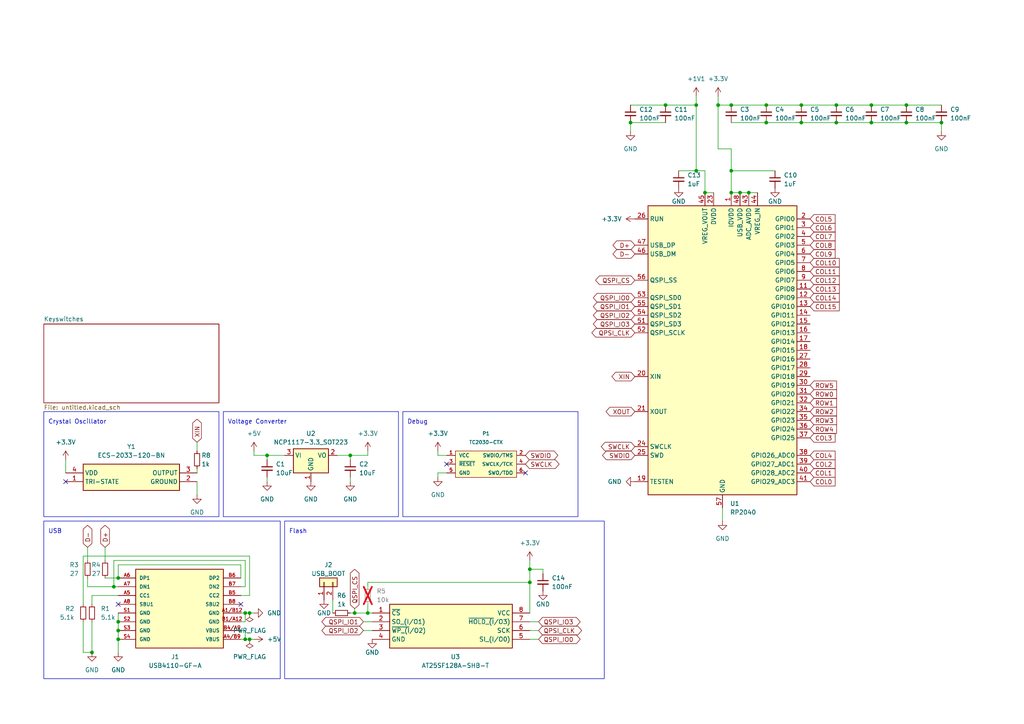
<source format=kicad_sch>
(kicad_sch (version 20230121) (generator eeschema)
  (paper "A4")
  (title_block (title "/dev/board - MCU") (rev "REV A") (company "maclennan.dev"))
  (lib_symbols
    (symbol "1A_Connectors:TC2030-CTX" (pin_names (offset 1.016))
      (property "Reference" "P" (at -1.27 -5.08 0))
      (property "Value" "TC2030-CTX" (at 0 5.08 0))
      (symbol "TC2030-CTX_0_1"
        (rectangle (start 8.89 3.81) (end -8.89 -3.81) (fill (type background)))
      )
      (symbol "TC2030-CTX_1_1"
        (pin passive line (at -11.43 2.54 0) (length 2.54) (name "VCC") (number "1"))
        (pin passive line (at 11.43 2.54 180) (length 2.54) (name "SWDIO/TMS") (number "2"))
        (pin passive line (at -11.43 0 0) (length 2.54) (name "~{RESET}") (number "3"))
        (pin passive line (at 11.43 0 180) (length 2.54) (name "SWCLK/TCK") (number "4"))
        (pin passive line (at -11.43 -2.54 0) (length 2.54) (name "GND") (number "5"))
        (pin passive line (at 11.43 -2.54 180) (length 2.54) (name "SWO/TDO") (number "6"))
      )
    )
    (symbol "1A_Connectors:USB4110GFA" (pin_names (offset 1.016))
      (property "Reference" "J" (at -12.7 11.43 0))
      (property "Value" "USB4110-GF-A" (at -12.7 -15.24 0))
      (symbol "USB4110GFA_0_0"
        (rectangle (start -12.7 10.16) (end 12.7 -12.7) (stroke (width 0.254)) (fill (type background)))
        (pin power_in line (at 17.78 -2.54 180) (length 5.08) (name "GND") (number "A1/B12"))
        (pin power_in line (at 17.78 -10.16 180) (length 5.08) (name "VBUS") (number "A4/B9"))
        (pin bidirectional line (at -17.78 2.54 0) (length 5.08) (name "CC1") (number "A5"))
        (pin bidirectional line (at -17.78 7.62 0) (length 5.08) (name "DP1") (number "A6"))
        (pin bidirectional line (at -17.78 5.08 0) (length 5.08) (name "DN1") (number "A7"))
        (pin bidirectional line (at -17.78 0 0) (length 5.08) (name "SBU1") (number "A8"))
        (pin power_in line (at 17.78 -5.08 180) (length 5.08) (name "GND") (number "B1/A12"))
        (pin power_in line (at 17.78 -7.62 180) (length 5.08) (name "VBUS") (number "B4/A9"))
        (pin bidirectional line (at 17.78 2.54 180) (length 5.08) (name "CC2") (number "B5"))
        (pin bidirectional line (at 17.78 7.62 180) (length 5.08) (name "DP2") (number "B6"))
        (pin bidirectional line (at 17.78 5.08 180) (length 5.08) (name "DN2") (number "B7"))
        (pin bidirectional line (at 17.78 0 180) (length 5.08) (name "SBU2") (number "B8"))
      )
      (symbol "USB4110GFA_1_0"
        (pin power_in line (at -17.78 -2.54 0) (length 5.08) (name "GND") (number "S1"))
        (pin power_in line (at -17.78 -5.08 0) (length 5.08) (name "GND") (number "S2"))
        (pin power_in line (at -17.78 -7.62 0) (length 5.08) (name "GND") (number "S3"))
        (pin power_in line (at -17.78 -10.16 0) (length 5.08) (name "GND") (number "S4"))
      )
    )
    (symbol "1A_ICs:AT25SF128A-SHB-T"
      (property "Reference" "U" (at 41.91 7.62 0))
      (property "Value" "AT25SF128A-SHB-T" (at 41.91 5.08 0))
      (symbol "AT25SF128A-SHB-T_1_1"
        (rectangle (start 5.08 2.54) (end 40.64 -10.16) (stroke (width 0.254)) (fill (type background)))
        (pin passive line (at 0 0 0) (length 5.08) (name "~{CS}") (number "1"))
        (pin passive line (at 0 -2.54 0) (length 5.08) (name "SO_(I/O1)") (number "2"))
        (pin passive line (at 0 -5.08 0) (length 5.08) (name "~{WP_(I}/O2)") (number "3"))
        (pin passive line (at 0 -7.62 0) (length 5.08) (name "GND") (number "4"))
        (pin passive line (at 45.72 -7.62 180) (length 5.08) (name "SI_(I/O0)") (number "5"))
        (pin passive line (at 45.72 -5.08 180) (length 5.08) (name "SCK") (number "6"))
        (pin passive line (at 45.72 -2.54 180) (length 5.08) (name "~{HOLD_(I}/O3)") (number "7"))
        (pin passive line (at 45.72 0 180) (length 5.08) (name "VCC") (number "8"))
      )
    )
    (symbol "1A_Oscillators:ECS-2033-120-BN"
      (property "Reference" "Y" (at 34.29 7.62 0))
      (property "Value" "ECS-2033-120-BN" (at 34.29 5.08 0))
      (symbol "ECS-2033-120-BN_1_1"
        (rectangle (start 5.08 2.54) (end 33.02 -5.08) (stroke (width 0.254)) (fill (type background)))
        (pin passive line (at 0 -2.54 0) (length 5.08) (name "TRI-STATE") (number "1"))
        (pin passive line (at 38.1 -2.54 180) (length 5.08) (name "GROUND") (number "2"))
        (pin passive line (at 38.1 0 180) (length 5.08) (name "OUTPUT") (number "3"))
        (pin passive line (at 0 0 0) (length 5.08) (name "VDD") (number "4"))
      )
    )
    (symbol "Connector_Generic:Conn_01x02" (pin_names (offset 1.016) hide)
      (property "Reference" "J" (at 0 2.54 0))
      (property "Value" "Conn_01x02" (at 0 -5.08 0))
      (symbol "Conn_01x02_1_1"
        (rectangle (start -1.27 -2.413) (end 0 -2.667) (stroke (width 0.1524)))
        (rectangle (start -1.27 0.127) (end 0 -0.127) (stroke (width 0.1524)))
        (rectangle (start -1.27 1.27) (end 1.27 -3.81) (stroke (width 0.254)) (fill (type background)))
        (pin passive line (at -5.08 0 0) (length 3.81) (name "Pin_1") (number "1"))
        (pin passive line (at -5.08 -2.54 0) (length 3.81) (name "Pin_2") (number "2"))
      )
    )
    (symbol "Device:C_Small" (pin_numbers hide) (pin_names (offset 0.254) hide)
      (property "Reference" "C" (at 0.254 1.778 0))
      (property "Value" "C_Small" (at 0.254 -2.032 0))
      (symbol "C_Small_0_1"
        (polyline (pts (xy -1.524 -0.508) (xy 1.524 -0.508)) (stroke (width 0.3302)))
        (polyline (pts (xy -1.524 0.508) (xy 1.524 0.508)) (stroke (width 0.3048)))
      )
      (symbol "C_Small_1_1"
        (pin passive line (at 0 2.54 270) (length 2.032) (name "~") (number "1"))
        (pin passive line (at 0 -2.54 90) (length 2.032) (name "~") (number "2"))
      )
    )
    (symbol "Device:R_Small" (pin_numbers hide) (pin_names (offset 0.254) hide)
      (property "Reference" "R" (at 0.762 0.508 0))
      (property "Value" "R_Small" (at 0.762 -1.016 0))
      (symbol "R_Small_0_1"
        (rectangle (start -0.762 1.778) (end 0.762 -1.778) (stroke (width 0.2032)))
      )
      (symbol "R_Small_1_1"
        (pin passive line (at 0 2.54 270) (length 0.762) (name "~") (number "1"))
        (pin passive line (at 0 -2.54 90) (length 0.762) (name "~") (number "2"))
      )
    )
    (symbol "MCU_RaspberryPi:RP2040"
      (property "Reference" "U" (at 17.78 45.72 0))
      (property "Value" "RP2040" (at 17.78 43.18 0))
      (symbol "RP2040_0_1"
        (rectangle (start -21.59 41.91) (end 21.59 -41.91) (stroke (width 0.254)) (fill (type background)))
      )
      (symbol "RP2040_1_1"
        (pin power_in line (at 2.54 45.72 270) (length 3.81) (name "IOVDD") (number "1"))
        (pin passive line (at 2.54 45.72 270) (length 3.81) hide (name "IOVDD") (number "10"))
        (pin bidirectional line (at 25.4 17.78 180) (length 3.81) (name "GPIO8") (number "11"))
        (pin bidirectional line (at 25.4 15.24 180) (length 3.81) (name "GPIO9") (number "12"))
        (pin bidirectional line (at 25.4 12.7 180) (length 3.81) (name "GPIO10") (number "13"))
        (pin bidirectional line (at 25.4 10.16 180) (length 3.81) (name "GPIO11") (number "14"))
        (pin bidirectional line (at 25.4 7.62 180) (length 3.81) (name "GPIO12") (number "15"))
        (pin bidirectional line (at 25.4 5.08 180) (length 3.81) (name "GPIO13") (number "16"))
        (pin bidirectional line (at 25.4 2.54 180) (length 3.81) (name "GPIO14") (number "17"))
        (pin bidirectional line (at 25.4 0 180) (length 3.81) (name "GPIO15") (number "18"))
        (pin input line (at -25.4 -38.1 0) (length 3.81) (name "TESTEN") (number "19"))
        (pin bidirectional line (at 25.4 38.1 180) (length 3.81) (name "GPIO0") (number "2"))
        (pin input line (at -25.4 -7.62 0) (length 3.81) (name "XIN") (number "20"))
        (pin passive line (at -25.4 -17.78 0) (length 3.81) (name "XOUT") (number "21"))
        (pin passive line (at 2.54 45.72 270) (length 3.81) hide (name "IOVDD") (number "22"))
        (pin power_in line (at -2.54 45.72 270) (length 3.81) (name "DVDD") (number "23"))
        (pin input line (at -25.4 -27.94 0) (length 3.81) (name "SWCLK") (number "24"))
        (pin bidirectional line (at -25.4 -30.48 0) (length 3.81) (name "SWD") (number "25"))
        (pin input line (at -25.4 38.1 0) (length 3.81) (name "RUN") (number "26"))
        (pin bidirectional line (at 25.4 -2.54 180) (length 3.81) (name "GPIO16") (number "27"))
        (pin bidirectional line (at 25.4 -5.08 180) (length 3.81) (name "GPIO17") (number "28"))
        (pin bidirectional line (at 25.4 -7.62 180) (length 3.81) (name "GPIO18") (number "29"))
        (pin bidirectional line (at 25.4 35.56 180) (length 3.81) (name "GPIO1") (number "3"))
        (pin bidirectional line (at 25.4 -10.16 180) (length 3.81) (name "GPIO19") (number "30"))
        (pin bidirectional line (at 25.4 -12.7 180) (length 3.81) (name "GPIO20") (number "31"))
        (pin bidirectional line (at 25.4 -15.24 180) (length 3.81) (name "GPIO21") (number "32"))
        (pin passive line (at 2.54 45.72 270) (length 3.81) hide (name "IOVDD") (number "33"))
        (pin bidirectional line (at 25.4 -17.78 180) (length 3.81) (name "GPIO22") (number "34"))
        (pin bidirectional line (at 25.4 -20.32 180) (length 3.81) (name "GPIO23") (number "35"))
        (pin bidirectional line (at 25.4 -22.86 180) (length 3.81) (name "GPIO24") (number "36"))
        (pin bidirectional line (at 25.4 -25.4 180) (length 3.81) (name "GPIO25") (number "37"))
        (pin bidirectional line (at 25.4 -30.48 180) (length 3.81) (name "GPIO26_ADC0") (number "38"))
        (pin bidirectional line (at 25.4 -33.02 180) (length 3.81) (name "GPIO27_ADC1") (number "39"))
        (pin bidirectional line (at 25.4 33.02 180) (length 3.81) (name "GPIO2") (number "4"))
        (pin bidirectional line (at 25.4 -35.56 180) (length 3.81) (name "GPIO28_ADC2") (number "40"))
        (pin bidirectional line (at 25.4 -38.1 180) (length 3.81) (name "GPIO29_ADC3") (number "41"))
        (pin passive line (at 2.54 45.72 270) (length 3.81) hide (name "IOVDD") (number "42"))
        (pin power_in line (at 7.62 45.72 270) (length 3.81) (name "ADC_AVDD") (number "43"))
        (pin power_in line (at 10.16 45.72 270) (length 3.81) (name "VREG_IN") (number "44"))
        (pin power_out line (at -5.08 45.72 270) (length 3.81) (name "VREG_VOUT") (number "45"))
        (pin bidirectional line (at -25.4 27.94 0) (length 3.81) (name "USB_DM") (number "46"))
        (pin bidirectional line (at -25.4 30.48 0) (length 3.81) (name "USB_DP") (number "47"))
        (pin power_in line (at 5.08 45.72 270) (length 3.81) (name "USB_VDD") (number "48"))
        (pin passive line (at 2.54 45.72 270) (length 3.81) hide (name "IOVDD") (number "49"))
        (pin bidirectional line (at 25.4 30.48 180) (length 3.81) (name "GPIO3") (number "5"))
        (pin passive line (at -2.54 45.72 270) (length 3.81) hide (name "DVDD") (number "50"))
        (pin bidirectional line (at -25.4 7.62 0) (length 3.81) (name "QSPI_SD3") (number "51"))
        (pin output line (at -25.4 5.08 0) (length 3.81) (name "QSPI_SCLK") (number "52"))
        (pin bidirectional line (at -25.4 15.24 0) (length 3.81) (name "QSPI_SD0") (number "53"))
        (pin bidirectional line (at -25.4 10.16 0) (length 3.81) (name "QSPI_SD2") (number "54"))
        (pin bidirectional line (at -25.4 12.7 0) (length 3.81) (name "QSPI_SD1") (number "55"))
        (pin bidirectional line (at -25.4 20.32 0) (length 3.81) (name "QSPI_SS") (number "56"))
        (pin power_in line (at 0 -45.72 90) (length 3.81) (name "GND") (number "57"))
        (pin bidirectional line (at 25.4 27.94 180) (length 3.81) (name "GPIO4") (number "6"))
        (pin bidirectional line (at 25.4 25.4 180) (length 3.81) (name "GPIO5") (number "7"))
        (pin bidirectional line (at 25.4 22.86 180) (length 3.81) (name "GPIO6") (number "8"))
        (pin bidirectional line (at 25.4 20.32 180) (length 3.81) (name "GPIO7") (number "9"))
      )
    )
    (symbol "Regulator_Linear:NCP1117-3.3_SOT223"
      (property "Reference" "U" (at -3.81 3.175 0))
      (property "Value" "NCP1117-3.3_SOT223" (at 0 3.175 0))
      (symbol "NCP1117-3.3_SOT223_0_1"
        (rectangle (start -5.08 -5.08) (end 5.08 1.905) (stroke (width 0.254)) (fill (type background)))
      )
      (symbol "NCP1117-3.3_SOT223_1_1"
        (pin power_in line (at 0 -7.62 90) (length 2.54) (name "GND") (number "1"))
        (pin power_out line (at 7.62 0 180) (length 2.54) (name "VO") (number "2"))
        (pin power_in line (at -7.62 0 0) (length 2.54) (name "VI") (number "3"))
      )
    )
    (symbol "power:+1V1" (power) (pin_names (offset 0))
      (property "Value" "+1V1" (at 0 3.556 0))
      (symbol "+1V1_0_1"
        (polyline (pts (xy -0.762 1.27) (xy 0 2.54)))
        (polyline (pts (xy 0 0) (xy 0 2.54)))
        (polyline (pts (xy 0 2.54) (xy 0.762 1.27)))
      )
      (symbol "+1V1_1_1"
        (pin power_in line (at 0 0 90) (length 0) hide (name "+1V1") (number "1"))
      )
    )
    (symbol "power:+3.3V" (power) (pin_names (offset 0))
      (property "Value" "+3.3V" (at 0 3.556 0))
      (symbol "+3.3V_0_1"
        (polyline (pts (xy -0.762 1.27) (xy 0 2.54)))
        (polyline (pts (xy 0 0) (xy 0 2.54)))
        (polyline (pts (xy 0 2.54) (xy 0.762 1.27)))
      )
      (symbol "+3.3V_1_1"
        (pin power_in line (at 0 0 90) (length 0) hide (name "+3.3V") (number "1"))
      )
    )
    (symbol "power:+5V" (power) (pin_names (offset 0))
      (property "Value" "+5V" (at 0 3.556 0))
      (symbol "+5V_0_1"
        (polyline (pts (xy -0.762 1.27) (xy 0 2.54)))
        (polyline (pts (xy 0 0) (xy 0 2.54)))
        (polyline (pts (xy 0 2.54) (xy 0.762 1.27)))
      )
      (symbol "+5V_1_1"
        (pin power_in line (at 0 0 90) (length 0) hide (name "+5V") (number "1"))
      )
    )
    (symbol "power:GND" (power) (pin_names (offset 0))
      (property "Value" "GND" (at 0 -3.81 0))
      (symbol "GND_0_1"
        (polyline (pts (xy 0 0) (xy 0 -1.27) (xy 1.27 -1.27) (xy 0 -2.54) (xy -1.27 -1.27) (xy 0 -1.27)))
      )
      (symbol "GND_1_1"
        (pin power_in line (at 0 0 270) (length 0) hide (name "GND") (number "1"))
      )
    )
    (symbol "power:PWR_FLAG" (power) (pin_numbers hide) (pin_names (offset 0) hide)
      (property "Value" "PWR_FLAG" (at 0 3.81 0))
      (symbol "PWR_FLAG_0_0"
        (pin power_out line (at 0 0 90) (length 0) (name "pwr") (number "1"))
      )
      (symbol "PWR_FLAG_0_1"
        (polyline (pts (xy 0 0) (xy 0 1.27) (xy -1.016 1.905) (xy 0 2.54) (xy 1.016 1.905) (xy 0 1.27)))
      )
    )
  )
  (junction (at 153.67 168.91))
  (junction (at 232.41 30.48))
  (junction (at 201.93 49.53))
  (junction (at 106.68 177.8))
  (junction (at 182.88 35.56))
  (junction (at 77.47 132.08))
  (junction (at 212.09 30.48))
  (junction (at 33.02 170.18))
  (junction (at 34.29 167.64))
  (junction (at 193.04 30.48))
  (junction (at 262.89 30.48))
  (junction (at 204.47 55.88))
  (junction (at 273.05 35.56))
  (junction (at 232.41 35.56))
  (junction (at 101.6 132.08))
  (junction (at 252.73 35.56))
  (junction (at 102.87 177.8))
  (junction (at 72.39 185.42))
  (junction (at 71.12 177.8))
  (junction (at 34.29 182.88))
  (junction (at 208.28 30.48))
  (junction (at 222.25 35.56))
  (junction (at 201.93 30.48))
  (junction (at 72.39 177.8))
  (junction (at 242.57 30.48))
  (junction (at 153.67 165.1))
  (junction (at 262.89 35.56))
  (junction (at 242.57 35.56))
  (junction (at 252.73 30.48))
  (junction (at 217.17 55.88))
  (junction (at 212.09 55.88))
  (junction (at 222.25 30.48))
  (junction (at 214.63 55.88))
  (junction (at 26.67 189.23))
  (junction (at 34.29 180.34))
  (junction (at 34.29 185.42))
  (junction (at 71.12 185.42))
  (junction (at 212.09 49.53))
  (no_connect (at 129.54 134.62))
  (no_connect (at 69.85 175.26))
  (no_connect (at 152.4 137.16))
  (no_connect (at 19.05 139.7))
  (no_connect (at 34.29 175.26))
  (wire (pts (xy 232.41 30.48) (xy 242.57 30.48)))
  (wire (pts (xy 34.29 185.42) (xy 34.29 189.23)))
  (wire (pts (xy 102.87 176.53) (xy 102.87 177.8)))
  (wire (pts (xy 106.68 168.91) (xy 153.67 168.91)))
  (wire (pts (xy 34.29 182.88) (xy 34.29 185.42)))
  (wire (pts (xy 153.67 162.56) (xy 153.67 165.1)))
  (wire (pts (xy 182.88 35.56) (xy 193.04 35.56)))
  (wire (pts (xy 71.12 182.88) (xy 71.12 185.42)))
  (wire (pts (xy 105.41 180.34) (xy 107.95 180.34)))
  (wire (pts (xy 34.29 172.72) (xy 26.67 172.72)))
  (wire (pts (xy 252.73 30.48) (xy 262.89 30.48)))
  (wire (pts (xy 57.15 128.27) (xy 57.15 130.81)))
  (wire (pts (xy 69.85 170.18) (xy 71.12 170.18)))
  (wire (pts (xy 212.09 49.53) (xy 224.79 49.53)))
  (wire (pts (xy 24.13 180.34) (xy 24.13 189.23)))
  (wire (pts (xy 106.68 130.81) (xy 106.68 132.08)))
  (wire (pts (xy 72.39 185.42) (xy 71.12 185.42)))
  (wire (pts (xy 72.39 172.72) (xy 72.39 161.29)))
  (wire (pts (xy 153.67 168.91) (xy 153.67 177.8)))
  (wire (pts (xy 217.17 55.88) (xy 219.71 55.88)))
  (wire (pts (xy 69.85 182.88) (xy 71.12 182.88)))
  (wire (pts (xy 106.68 175.26) (xy 106.68 177.8)))
  (wire (pts (xy 204.47 55.88) (xy 207.01 55.88)))
  (wire (pts (xy 222.25 35.56) (xy 232.41 35.56)))
  (wire (pts (xy 30.48 167.64) (xy 34.29 167.64)))
  (wire (pts (xy 105.41 182.88) (xy 107.95 182.88)))
  (wire (pts (xy 201.93 30.48) (xy 201.93 49.53)))
  (wire (pts (xy 222.25 30.48) (xy 232.41 30.48)))
  (wire (pts (xy 34.29 180.34) (xy 34.29 182.88)))
  (wire (pts (xy 153.67 165.1) (xy 157.48 165.1)))
  (wire (pts (xy 201.93 30.48) (xy 193.04 30.48)))
  (wire (pts (xy 153.67 182.88) (xy 156.21 182.88)))
  (wire (pts (xy 102.87 177.8) (xy 106.68 177.8)))
  (wire (pts (xy 232.41 35.56) (xy 242.57 35.56)))
  (wire (pts (xy 212.09 30.48) (xy 222.25 30.48)))
  (wire (pts (xy 33.02 162.56) (xy 71.12 162.56)))
  (wire (pts (xy 72.39 177.8) (xy 71.12 177.8)))
  (wire (pts (xy 34.29 163.83) (xy 69.85 163.83)))
  (wire (pts (xy 69.85 172.72) (xy 72.39 172.72)))
  (wire (pts (xy 26.67 180.34) (xy 26.67 189.23)))
  (wire (pts (xy 182.88 38.1) (xy 182.88 35.56)))
  (wire (pts (xy 153.67 180.34) (xy 156.21 180.34)))
  (wire (pts (xy 73.66 130.81) (xy 73.66 132.08)))
  (wire (pts (xy 212.09 55.88) (xy 214.63 55.88)))
  (wire (pts (xy 101.6 177.8) (xy 102.87 177.8)))
  (wire (pts (xy 24.13 189.23) (xy 26.67 189.23)))
  (wire (pts (xy 208.28 30.48) (xy 208.28 43.18)))
  (wire (pts (xy 73.66 132.08) (xy 77.47 132.08)))
  (wire (pts (xy 19.05 133.35) (xy 19.05 137.16)))
  (wire (pts (xy 209.55 151.13) (xy 209.55 147.32)))
  (wire (pts (xy 153.67 185.42) (xy 156.21 185.42)))
  (wire (pts (xy 25.4 158.75) (xy 25.4 162.56)))
  (wire (pts (xy 30.48 158.75) (xy 30.48 162.56)))
  (wire (pts (xy 153.67 165.1) (xy 153.67 168.91)))
  (wire (pts (xy 262.89 30.48) (xy 273.05 30.48)))
  (wire (pts (xy 101.6 139.7) (xy 101.6 138.43)))
  (wire (pts (xy 73.66 185.42) (xy 72.39 185.42)))
  (wire (pts (xy 127 130.81) (xy 127 132.08)))
  (wire (pts (xy 212.09 35.56) (xy 222.25 35.56)))
  (wire (pts (xy 69.85 163.83) (xy 69.85 167.64)))
  (wire (pts (xy 212.09 49.53) (xy 212.09 55.88)))
  (wire (pts (xy 262.89 35.56) (xy 273.05 35.56)))
  (wire (pts (xy 96.52 173.99) (xy 96.52 177.8)))
  (wire (pts (xy 34.29 167.64) (xy 34.29 163.83)))
  (wire (pts (xy 69.85 177.8) (xy 71.12 177.8)))
  (wire (pts (xy 157.48 165.1) (xy 157.48 166.37)))
  (wire (pts (xy 24.13 161.29) (xy 24.13 175.26)))
  (wire (pts (xy 71.12 162.56) (xy 71.12 170.18)))
  (wire (pts (xy 208.28 27.94) (xy 208.28 30.48)))
  (wire (pts (xy 201.93 27.94) (xy 201.93 30.48)))
  (wire (pts (xy 252.73 35.56) (xy 262.89 35.56)))
  (wire (pts (xy 73.66 177.8) (xy 72.39 177.8)))
  (wire (pts (xy 25.4 170.18) (xy 33.02 170.18)))
  (wire (pts (xy 77.47 132.08) (xy 77.47 133.35)))
  (wire (pts (xy 69.85 185.42) (xy 71.12 185.42)))
  (wire (pts (xy 201.93 49.53) (xy 204.47 49.53)))
  (wire (pts (xy 101.6 132.08) (xy 97.79 132.08)))
  (wire (pts (xy 127 137.16) (xy 127 138.43)))
  (wire (pts (xy 107.95 177.8) (xy 106.68 177.8)))
  (wire (pts (xy 26.67 172.72) (xy 26.67 175.26)))
  (wire (pts (xy 208.28 30.48) (xy 212.09 30.48)))
  (wire (pts (xy 127 132.08) (xy 129.54 132.08)))
  (wire (pts (xy 57.15 135.89) (xy 57.15 137.16)))
  (wire (pts (xy 77.47 138.43) (xy 77.47 139.7)))
  (wire (pts (xy 72.39 161.29) (xy 24.13 161.29)))
  (wire (pts (xy 196.85 49.53) (xy 201.93 49.53)))
  (wire (pts (xy 57.15 139.7) (xy 57.15 143.51)))
  (wire (pts (xy 106.68 132.08) (xy 101.6 132.08)))
  (wire (pts (xy 214.63 55.88) (xy 217.17 55.88)))
  (wire (pts (xy 212.09 43.18) (xy 212.09 49.53)))
  (wire (pts (xy 71.12 177.8) (xy 71.12 180.34)))
  (wire (pts (xy 182.88 30.48) (xy 193.04 30.48)))
  (wire (pts (xy 101.6 132.08) (xy 101.6 133.35)))
  (wire (pts (xy 127 137.16) (xy 129.54 137.16)))
  (wire (pts (xy 208.28 43.18) (xy 212.09 43.18)))
  (wire (pts (xy 33.02 170.18) (xy 33.02 162.56)))
  (wire (pts (xy 242.57 35.56) (xy 252.73 35.56)))
  (wire (pts (xy 273.05 35.56) (xy 273.05 38.1)))
  (wire (pts (xy 69.85 180.34) (xy 71.12 180.34)))
  (wire (pts (xy 106.68 170.18) (xy 106.68 168.91)))
  (wire (pts (xy 34.29 177.8) (xy 34.29 180.34)))
  (wire (pts (xy 242.57 30.48) (xy 252.73 30.48)))
  (wire (pts (xy 25.4 167.64) (xy 25.4 170.18)))
  (wire (pts (xy 204.47 55.88) (xy 204.47 49.53)))
  (wire (pts (xy 77.47 132.08) (xy 82.55 132.08)))
  (wire (pts (xy 34.29 170.18) (xy 33.02 170.18)))
  (rectangle (start 116.84 119.38) (end 167.64 149.86))
  (rectangle (start 82.55 151.13) (end 175.26 196.85))
  (rectangle (start 12.7 119.38) (end 63.5 149.86))
  (rectangle (start 12.7 151.13) (end 81.28 196.85))
  (rectangle (start 64.77 119.38) (end 115.57 149.86))
  (text "Crystal Oscillator" (at 13.97 123.19 0) (effects (font (size 1.27 1.27)) (justify left bottom)))
  (text "Debug\n" (at 118.11 123.19 0) (effects (font (size 1.27 1.27)) (justify left bottom)))
  (text "Voltage Converter\n" (at 66.04 123.19 0) (effects (font (size 1.27 1.27)) (justify left bottom)))
  (text "Flash\n" (at 83.82 154.94 0) (effects (font (size 1.27 1.27)) (justify left bottom)))
  (text "USB" (at 13.97 154.94 0) (effects (font (size 1.27 1.27)) (justify left bottom)))
  (global_label "QSPI_IO0" (shape bidirectional) (at 184.15 86.36 180) (property "Intersheetrefs" "${INTERSHEET_REFS}" (effects hide)))
  (global_label "COL3" (shape input) (at 234.95 127 0) (property "Intersheetrefs" "${INTERSHEET_REFS}" (effects hide)))
  (global_label "COL13" (shape input) (at 234.95 83.82 0) (property "Intersheetrefs" "${INTERSHEET_REFS}" (effects hide)))
  (global_label "QSPI_CS" (shape bidirectional) (at 184.15 81.28 180) (property "Intersheetrefs" "${INTERSHEET_REFS}" (effects hide)))
  (global_label "ROW0" (shape input) (at 234.95 114.3 0) (property "Intersheetrefs" "${INTERSHEET_REFS}" (effects hide)))
  (global_label "XIN" (shape bidirectional) (at 184.15 109.22 180) (property "Intersheetrefs" "${INTERSHEET_REFS}" (effects hide)))
  (global_label "QSPI_IO0" (shape bidirectional) (at 156.21 185.42 0) (property "Intersheetrefs" "${INTERSHEET_REFS}" (effects hide)))
  (global_label "COL14" (shape input) (at 234.95 86.36 0) (property "Intersheetrefs" "${INTERSHEET_REFS}" (effects hide)))
  (global_label "COL4" (shape input) (at 234.95 132.08 0) (property "Intersheetrefs" "${INTERSHEET_REFS}" (effects hide)))
  (global_label "ROW3" (shape input) (at 234.95 121.92 0) (property "Intersheetrefs" "${INTERSHEET_REFS}" (effects hide)))
  (global_label "XOUT" (shape bidirectional) (at 184.15 119.38 180) (property "Intersheetrefs" "${INTERSHEET_REFS}" (effects hide)))
  (global_label "QPSI_CLK" (shape bidirectional) (at 156.21 182.88 0) (property "Intersheetrefs" "${INTERSHEET_REFS}" (effects hide)))
  (global_label "QSPI_IO2" (shape bidirectional) (at 184.15 91.44 180) (property "Intersheetrefs" "${INTERSHEET_REFS}" (effects hide)))
  (global_label "ROW2" (shape input) (at 234.95 119.38 0) (property "Intersheetrefs" "${INTERSHEET_REFS}" (effects hide)))
  (global_label "QSPI_IO2" (shape bidirectional) (at 105.41 182.88 180) (property "Intersheetrefs" "${INTERSHEET_REFS}" (effects hide)))
  (global_label "SWDIO" (shape bidirectional) (at 184.15 132.08 180) (property "Intersheetrefs" "${INTERSHEET_REFS}" (effects hide)))
  (global_label "XIN" (shape bidirectional) (at 57.15 128.27 90) (property "Intersheetrefs" "${INTERSHEET_REFS}" (effects hide)))
  (global_label "COL10" (shape input) (at 234.95 76.2 0) (property "Intersheetrefs" "${INTERSHEET_REFS}" (effects hide)))
  (global_label "QSPI_CS" (shape bidirectional) (at 102.87 176.53 90) (property "Intersheetrefs" "${INTERSHEET_REFS}" (effects hide)))
  (global_label "ROW4" (shape input) (at 234.95 124.46 0) (property "Intersheetrefs" "${INTERSHEET_REFS}" (effects hide)))
  (global_label "COL9" (shape input) (at 234.95 73.66 0) (property "Intersheetrefs" "${INTERSHEET_REFS}" (effects hide)))
  (global_label "COL0" (shape input) (at 234.95 139.7 0) (property "Intersheetrefs" "${INTERSHEET_REFS}" (effects hide)))
  (global_label "COL6" (shape input) (at 234.95 66.04 0) (property "Intersheetrefs" "${INTERSHEET_REFS}" (effects hide)))
  (global_label "COL11" (shape input) (at 234.95 78.74 0) (property "Intersheetrefs" "${INTERSHEET_REFS}" (effects hide)))
  (global_label "COL5" (shape input) (at 234.95 63.5 0) (property "Intersheetrefs" "${INTERSHEET_REFS}" (effects hide)))
  (global_label "COL8" (shape input) (at 234.95 71.12 0) (property "Intersheetrefs" "${INTERSHEET_REFS}" (effects hide)))
  (global_label "D+" (shape bidirectional) (at 30.48 158.75 90) (property "Intersheetrefs" "${INTERSHEET_REFS}" (effects hide)))
  (global_label "QPSI_CLK" (shape bidirectional) (at 184.15 96.52 180) (property "Intersheetrefs" "${INTERSHEET_REFS}" (effects hide)))
  (global_label "D+" (shape bidirectional) (at 184.15 71.12 180) (property "Intersheetrefs" "${INTERSHEET_REFS}" (effects hide)))
  (global_label "COL1" (shape input) (at 234.95 137.16 0) (property "Intersheetrefs" "${INTERSHEET_REFS}" (effects hide)))
  (global_label "D-" (shape bidirectional) (at 25.4 158.75 90) (property "Intersheetrefs" "${INTERSHEET_REFS}" (effects hide)))
  (global_label "QSPI_IO1" (shape bidirectional) (at 184.15 88.9 180) (property "Intersheetrefs" "${INTERSHEET_REFS}" (effects hide)))
  (global_label "SWCLK" (shape bidirectional) (at 184.15 129.54 180) (property "Intersheetrefs" "${INTERSHEET_REFS}" (effects hide)))
  (global_label "SWCLK" (shape bidirectional) (at 152.4 134.62 0) (property "Intersheetrefs" "${INTERSHEET_REFS}" (effects hide)))
  (global_label "ROW5" (shape input) (at 234.95 111.76 0) (property "Intersheetrefs" "${INTERSHEET_REFS}" (effects hide)))
  (global_label "COL15" (shape input) (at 234.95 88.9 0) (property "Intersheetrefs" "${INTERSHEET_REFS}" (effects hide)))
  (global_label "SWDIO" (shape bidirectional) (at 152.4 132.08 0) (property "Intersheetrefs" "${INTERSHEET_REFS}" (effects hide)))
  (global_label "COL2" (shape input) (at 234.95 134.62 0) (property "Intersheetrefs" "${INTERSHEET_REFS}" (effects hide)))
  (global_label "D-" (shape bidirectional) (at 184.15 73.66 180) (property "Intersheetrefs" "${INTERSHEET_REFS}" (effects hide)))
  (global_label "ROW1" (shape input) (at 234.95 116.84 0) (property "Intersheetrefs" "${INTERSHEET_REFS}" (effects hide)))
  (global_label "COL12" (shape input) (at 234.95 81.28 0) (property "Intersheetrefs" "${INTERSHEET_REFS}" (effects hide)))
  (global_label "QSPI_IO3" (shape bidirectional) (at 184.15 93.98 180) (property "Intersheetrefs" "${INTERSHEET_REFS}" (effects hide)))
  (global_label "COL7" (shape input) (at 234.95 68.58 0) (property "Intersheetrefs" "${INTERSHEET_REFS}" (effects hide)))
  (global_label "QSPI_IO1" (shape bidirectional) (at 105.41 180.34 180) (property "Intersheetrefs" "${INTERSHEET_REFS}" (effects hide)))
  (global_label "QSPI_IO3" (shape bidirectional) (at 156.21 180.34 0) (property "Intersheetrefs" "${INTERSHEET_REFS}" (effects hide)))
  (symbol (lib_id "power:+5V") (at 73.66 130.81 0) (unit 1)
    (property "Reference" "#PWR01" (effects hide))
    (property "Value" "+5V" (at 73.66 125.73 0))
  )
  (symbol (lib_id "Device:C_Small") (at 182.88 33.02 0) (unit 1)
    (property "Reference" "C12" (at 185.42 31.7563 0) (effects (justify left)))
    (property "Value" "100nF" (at 185.42 34.2963 0) (effects (justify left)))
    (property "Footprint" "Capacitor_SMD:C_0402_1005Metric" (effects hide))
  )
  (symbol (lib_id "Device:R_Small") (at 106.68 172.72 0) (unit 1) (dnp yes)
    (property "Reference" "R5" (at 109.22 171.45 0) (effects (justify left)))
    (property "Value" "10k" (at 109.22 173.99 0) (effects (justify left)))
    (property "Footprint" "Resistor_SMD:R_0402_1005Metric" (effects hide))
  )
  (symbol (lib_id "Device:C_Small") (at 222.25 33.02 0) (unit 1)
    (property "Reference" "C4" (at 224.79 31.7563 0) (effects (justify left)))
    (property "Value" "100nF" (at 224.79 34.2963 0) (effects (justify left)))
    (property "Footprint" "Capacitor_SMD:C_0402_1005Metric" (effects hide))
  )
  (symbol (lib_id "Device:R_Small") (at 24.13 177.8 0) (unit 1)
    (property "Reference" "R2" (at 21.59 176.53 0) (effects (justify right)))
    (property "Value" "5.1k" (at 21.59 179.07 0) (effects (justify right)))
    (property "Footprint" "Resistor_SMD:R_0402_1005Metric" (effects hide))
  )
  (symbol (lib_id "power:+5V") (at 73.66 185.42 270) (unit 1)
    (property "Reference" "#PWR015" (effects hide))
    (property "Value" "+5V" (at 77.47 185.42 90) (effects (justify left)))
  )
  (symbol (lib_id "MCU_RaspberryPi:RP2040") (at 209.55 101.6 0) (unit 1)
    (property "Reference" "U1" (at 211.7441 146.05 0) (effects (justify left)))
    (property "Value" "RP2040" (at 211.7441 148.59 0) (effects (justify left)))
    (property "Footprint" "Package_DFN_QFN:QFN-56-1EP_7x7mm_P0.4mm_EP3.2x3.2mm" (effects hide))
    (property "Datasheet" "https://datasheets.raspberrypi.com/rp2040/rp2040-datasheet.pdf" (effects hide))
  )
  (symbol (lib_id "Device:C_Small") (at 252.73 33.02 0) (unit 1)
    (property "Reference" "C7" (at 255.27 31.7563 0) (effects (justify left)))
    (property "Value" "100nF" (at 255.27 34.2963 0) (effects (justify left)))
    (property "Footprint" "Capacitor_SMD:C_0402_1005Metric" (effects hide))
  )
  (symbol (lib_id "power:GND") (at 127 138.43 0) (unit 1)
    (property "Reference" "#PWR025" (effects hide))
    (property "Value" "GND" (at 127 143.51 0))
  )
  (symbol (lib_id "1A_ICs:AT25SF128A-SHB-T") (at 107.95 177.8 0) (unit 1)
    (property "Reference" "U3" (at 132.08 190.5 0))
    (property "Value" "AT25SF128A-SHB-T" (at 132.08 193.04 0))
    (property "Footprint" "1A_ICs:AT25SF128A-SHB-T" (effects hide))
    (property "Datasheet" "https://www.renesas.com/us/en/products/memory-logic/non-volatile-memory/spi-nor-flash/dual-quad-spi-memory/at25sf128a-128mbit-27v-minimum-spi-serial-flash-memory-dual-io-support" (effects hide))
    (property "Height" "2.16" (effects hide))
    (property "Manufacturer_Name" "Renesas Electronics" (effects hide))
    (property "Manufacturer_Part_Number" "AT25SF128A-SHB-T" (effects hide))
    (property "Mouser Part Number" "988-AT25SF128A-SHB-T" (effects hide))
    (property "Mouser Price/Stock" "https://www.mouser.co.uk/ProductDetail/Renesas-Dialog/AT25SF128A-SHB-T?qs=IS%252B4QmGtzzokBRVH45xLeA%3D%3D" (effects hide))
  )
  (symbol (lib_id "Device:R_Small") (at 57.15 133.35 0) (unit 1)
    (property "Reference" "R8" (at 58.42 132.08 0) (effects (justify left)))
    (property "Value" "1k" (at 58.42 134.62 0) (effects (justify left)))
    (property "Footprint" "Resistor_SMD:R_0402_1005Metric" (effects hide))
  )
  (symbol (lib_id "power:GND") (at 57.15 143.51 0) (unit 1)
    (property "Reference" "#PWR020" (effects hide))
    (property "Value" "GND" (at 57.15 148.59 0))
  )
  (symbol (lib_id "power:GND") (at 90.17 139.7 0) (unit 1)
    (property "Reference" "#PWR03" (effects hide))
    (property "Value" "GND" (at 90.17 144.78 0))
  )
  (symbol (lib_id "1A_Oscillators:ECS-2033-120-BN") (at 19.05 137.16 0) (unit 1)
    (property "Reference" "Y1" (at 38.1 129.54 0))
    (property "Value" "ECS-2033-120-BN" (at 38.1 132.08 0))
    (property "Footprint" "1A_Oscillators:ECS-2033-120-BN" (effects hide))
    (property "Datasheet" "https://www.mouser.kr/datasheet/2/122/ecs_2025_2033-18511.pdf" (effects hide))
    (property "Height" "1" (effects hide))
    (property "Manufacturer_Name" "ECS" (effects hide))
    (property "Manufacturer_Part_Number" "ECS-2033-120-BN" (effects hide))
    (property "Mouser Part Number" "520-2033-120-BN" (effects hide))
    (property "Mouser Price/Stock" "https://www.mouser.co.uk/ProductDetail/ECS/ECS-2033-120-BN?qs=94V4QatVK%252Bez7dYDD9LCEA%3D%3D" (effects hide))
    (property "Arrow Part Number" "ECS-2033-120-BN" (effects hide))
    (property "Arrow Price/Stock" "https://www.arrow.com/en/products/ecs-2033-120-bn/ecs-international" (effects hide))
  )
  (symbol (lib_id "power:+3.3V") (at 184.15 63.5 90) (unit 1)
    (property "Reference" "#PWR026" (effects hide))
    (property "Value" "+3.3V" (at 180.34 63.5 90) (effects (justify left)))
  )
  (symbol (lib_id "1A_Connectors:USB4110GFA") (at 52.07 175.26 0) (unit 1)
    (property "Reference" "J1" (at 50.8 190.5 0))
    (property "Value" "USB4110-GF-A" (at 50.8 193.04 0))
    (property "Footprint" "1A_Connectors:GCT_USB4110GFA" (effects hide))
  )
  (symbol (lib_id "power:GND") (at 273.05 38.1 0) (unit 1)
    (property "Reference" "#PWR07" (effects hide))
    (property "Value" "GND" (at 273.05 43.18 0))
  )
  (symbol (lib_id "power:GND") (at 184.15 139.7 270) (unit 1)
    (property "Reference" "#PWR023" (effects hide))
    (property "Value" "GND" (at 180.34 139.7 90) (effects (justify right)))
  )
  (symbol (lib_id "Device:R_Small") (at 26.67 177.8 0) (unit 1)
    (property "Reference" "R1" (at 29.21 176.53 0) (effects (justify left)))
    (property "Value" "5.1k" (at 29.21 179.07 0) (effects (justify left)))
    (property "Footprint" "Resistor_SMD:R_0402_1005Metric" (effects hide))
  )
  (symbol (lib_id "Device:C_Small") (at 224.79 52.07 0) (unit 1)
    (property "Reference" "C10" (at 227.33 50.8063 0) (effects (justify left)))
    (property "Value" "1uF" (at 227.33 53.3463 0) (effects (justify left)))
    (property "Footprint" "Capacitor_SMD:C_0402_1005Metric" (effects hide))
  )
  (symbol (lib_id "power:GND") (at 26.67 189.23 0) (unit 1)
    (property "Reference" "#PWR013" (effects hide))
    (property "Value" "GND" (at 26.67 194.31 0))
  )
  (symbol (lib_id "power:PWR_FLAG") (at 72.39 185.42 180) (unit 1)
    (property "Reference" "#FLG01" (effects hide))
    (property "Value" "PWR_FLAG" (at 72.39 190.5 0))
  )
  (symbol (lib_id "power:GND") (at 93.98 173.99 0) (unit 1)
    (property "Reference" "#PWR019" (effects hide))
    (property "Value" "GND" (at 93.98 177.8 0))
  )
  (symbol (lib_id "power:GND") (at 209.55 151.13 0) (unit 1)
    (property "Reference" "#PWR022" (effects hide))
    (property "Value" "GND" (at 209.55 156.21 0))
  )
  (symbol (lib_id "Device:C_Small") (at 232.41 33.02 0) (unit 1)
    (property "Reference" "C5" (at 234.95 31.7563 0) (effects (justify left)))
    (property "Value" "100nF" (at 234.95 34.2963 0) (effects (justify left)))
    (property "Footprint" "Capacitor_SMD:C_0402_1005Metric" (effects hide))
  )
  (symbol (lib_id "power:+3.3V") (at 208.28 27.94 0) (unit 1)
    (property "Reference" "#PWR06" (effects hide))
    (property "Value" "+3.3V" (at 208.28 22.86 0))
  )
  (symbol (lib_id "Device:C_Small") (at 193.04 33.02 0) (unit 1)
    (property "Reference" "C11" (at 195.58 31.7563 0) (effects (justify left)))
    (property "Value" "100nF" (at 195.58 34.2963 0) (effects (justify left)))
    (property "Footprint" "Capacitor_SMD:C_0402_1005Metric" (effects hide))
  )
  (symbol (lib_id "Device:C_Small") (at 273.05 33.02 0) (unit 1)
    (property "Reference" "C9" (at 275.59 31.7563 0) (effects (justify left)))
    (property "Value" "100nF" (at 275.59 34.2963 0) (effects (justify left)))
    (property "Footprint" "Capacitor_SMD:C_0402_1005Metric" (effects hide))
  )
  (symbol (lib_id "1A_Connectors:TC2030-CTX") (at 140.97 134.62 0) (unit 1)
    (property "Reference" "P1" (at 140.97 125.73 0) (effects (font (size 1.016 1.016))))
    (property "Value" "TC2030-CTX" (at 140.97 128.27 0) (effects (font (size 1.016 1.016))))
    (property "Footprint" "1A_Connectors:TC2030-IDC-NL" (effects hide))
  )
  (symbol (lib_id "power:GND") (at 73.66 177.8 90) (unit 1)
    (property "Reference" "#PWR014" (effects hide))
    (property "Value" "GND" (at 77.47 177.8 90) (effects (justify right)))
  )
  (symbol (lib_id "Device:C_Small") (at 262.89 33.02 0) (unit 1)
    (property "Reference" "C8" (at 265.43 31.7563 0) (effects (justify left)))
    (property "Value" "100nF" (at 265.43 34.2963 0) (effects (justify left)))
    (property "Footprint" "Capacitor_SMD:C_0402_1005Metric" (effects hide))
  )
  (symbol (lib_id "power:+3.3V") (at 127 130.81 0) (unit 1)
    (property "Reference" "#PWR024" (effects hide))
    (property "Value" "+3.3V" (at 127 125.73 0))
  )
  (symbol (lib_id "power:GND") (at 157.48 171.45 0) (unit 1)
    (property "Reference" "#PWR017" (effects hide))
    (property "Value" "GND" (at 157.48 175.26 0))
  )
  (symbol (lib_id "power:+3.3V") (at 153.67 162.56 0) (unit 1)
    (property "Reference" "#PWR016" (effects hide))
    (property "Value" "+3.3V" (at 153.67 157.48 0))
  )
  (symbol (lib_id "Device:C_Small") (at 77.47 135.89 0) (unit 1)
    (property "Reference" "C1" (at 80.01 134.6263 0) (effects (justify left)))
    (property "Value" "10uF" (at 80.01 137.1663 0) (effects (justify left)))
    (property "Footprint" "Capacitor_SMD:C_0402_1005Metric" (effects hide))
  )
  (symbol (lib_id "power:GND") (at 34.29 189.23 0) (unit 1)
    (property "Reference" "#PWR012" (effects hide))
    (property "Value" "GND" (at 34.29 194.31 0))
  )
  (symbol (lib_id "Connector_Generic:Conn_01x02") (at 93.98 168.91 90) (unit 1)
    (property "Reference" "J2" (at 95.25 163.83 90))
    (property "Value" "USB_BOOT" (at 95.25 166.37 90))
    (property "Footprint" "Connector_PinHeader_2.54mm:PinHeader_1x02_P2.54mm_Vertical" (effects hide))
  )
  (symbol (lib_id "power:GND") (at 196.85 54.61 0) (unit 1)
    (property "Reference" "#PWR011" (effects hide))
    (property "Value" "GND" (at 196.85 58.42 0))
  )
  (symbol (lib_id "power:GND") (at 107.95 185.42 0) (unit 1)
    (property "Reference" "#PWR018" (effects hide))
    (property "Value" "GND" (at 107.95 189.23 0))
  )
  (symbol (lib_id "Device:C_Small") (at 242.57 33.02 0) (unit 1)
    (property "Reference" "C6" (at 245.11 31.7563 0) (effects (justify left)))
    (property "Value" "100nF" (at 245.11 34.2963 0) (effects (justify left)))
    (property "Footprint" "Capacitor_SMD:C_0402_1005Metric" (effects hide))
  )
  (symbol (lib_id "power:GND") (at 224.79 54.61 0) (unit 1)
    (property "Reference" "#PWR08" (effects hide))
    (property "Value" "GND" (at 224.79 58.42 0))
  )
  (symbol (lib_id "Device:C_Small") (at 157.48 168.91 0) (unit 1)
    (property "Reference" "C14" (at 160.02 167.6463 0) (effects (justify left)))
    (property "Value" "100nF" (at 160.02 170.1863 0) (effects (justify left)))
    (property "Footprint" "Capacitor_SMD:C_0402_1005Metric" (effects hide))
  )
  (symbol (lib_id "power:GND") (at 77.47 139.7 0) (unit 1)
    (property "Reference" "#PWR04" (effects hide))
    (property "Value" "GND" (at 77.47 144.78 0))
  )
  (symbol (lib_id "Device:R_Small") (at 30.48 165.1 0) (unit 1)
    (property "Reference" "R4" (at 29.21 163.83 0) (effects (justify right)))
    (property "Value" "27" (at 29.21 166.37 0) (effects (justify right)))
    (property "Footprint" "Resistor_SMD:R_0402_1005Metric" (effects hide))
  )
  (symbol (lib_id "power:PWR_FLAG") (at 72.39 177.8 180) (unit 1)
    (property "Reference" "#FLG02" (effects hide))
    (property "Value" "PWR_FLAG" (at 72.39 182.88 0))
  )
  (symbol (lib_id "Device:C_Small") (at 196.85 52.07 0) (unit 1)
    (property "Reference" "C13" (at 199.39 50.8063 0) (effects (justify left)))
    (property "Value" "1uF" (at 199.39 53.3463 0) (effects (justify left)))
    (property "Footprint" "Capacitor_SMD:C_0402_1005Metric" (effects hide))
  )
  (symbol (lib_id "power:+3.3V") (at 19.05 133.35 0) (unit 1)
    (property "Reference" "#PWR021" (effects hide))
    (property "Value" "+3.3V" (at 19.05 128.27 0))
  )
  (symbol (lib_id "Device:C_Small") (at 212.09 33.02 0) (unit 1)
    (property "Reference" "C3" (at 214.63 31.7563 0) (effects (justify left)))
    (property "Value" "100nF" (at 214.63 34.2963 0) (effects (justify left)))
    (property "Footprint" "Capacitor_SMD:C_0402_1005Metric" (effects hide))
  )
  (symbol (lib_id "power:+3.3V") (at 106.68 130.81 0) (unit 1)
    (property "Reference" "#PWR02" (effects hide))
    (property "Value" "+3.3V" (at 106.68 125.73 0))
  )
  (symbol (lib_id "power:+1V1") (at 201.93 27.94 0) (unit 1)
    (property "Reference" "#PWR010" (effects hide))
    (property "Value" "+1V1" (at 201.93 22.86 0))
  )
  (symbol (lib_id "Device:R_Small") (at 25.4 165.1 0) (unit 1)
    (property "Reference" "R3" (at 22.86 163.83 0) (effects (justify right)))
    (property "Value" "27" (at 22.86 166.37 0) (effects (justify right)))
    (property "Footprint" "Resistor_SMD:R_0402_1005Metric" (effects hide))
  )
  (symbol (lib_id "Device:C_Small") (at 101.6 135.89 0) (unit 1)
    (property "Reference" "C2" (at 104.14 134.6263 0) (effects (justify left)))
    (property "Value" "10uF" (at 104.14 137.1663 0) (effects (justify left)))
    (property "Footprint" "Capacitor_SMD:C_0402_1005Metric" (effects hide))
  )
  (symbol (lib_id "power:GND") (at 182.88 38.1 0) (unit 1)
    (property "Reference" "#PWR09" (effects hide))
    (property "Value" "GND" (at 182.88 43.18 0))
  )
  (symbol (lib_id "Device:R_Small") (at 99.06 177.8 90) (unit 1)
    (property "Reference" "R6" (at 99.06 172.72 90))
    (property "Value" "1k" (at 99.06 175.26 90))
    (property "Footprint" "Resistor_SMD:R_0402_1005Metric" (effects hide))
  )
  (symbol (lib_id "power:GND") (at 101.6 139.7 0) (unit 1)
    (property "Reference" "#PWR05" (effects hide))
    (property "Value" "GND" (at 101.6 144.78 0))
  )
  (symbol (lib_id "Regulator_Linear:NCP1117-3.3_SOT223") (at 90.17 132.08 0) (unit 1)
    (property "Reference" "U2" (at 90.17 125.73 0))
    (property "Value" "NCP1117-3.3_SOT223" (at 90.17 128.27 0))
    (property "Footprint" "Package_TO_SOT_SMD:SOT-223-3_TabPin2" (effects hide))
    (property "Datasheet" "http://www.onsemi.com/pub_link/Collateral/NCP1117-D.PDF" (effects hide))
  )
  (sheet (at 12.7 93.98) (size 50.8 22.86) (stroke (width 0.1524))
    (property "Sheetname" "Keyswitches" (at 12.7 93.2684 0) (effects (justify left bottom)))
    (property "Sheetfile" "untitled.kicad_sch" (at 12.7 117.4246 0) (effects (justify left top)))
  )
)
</source>
